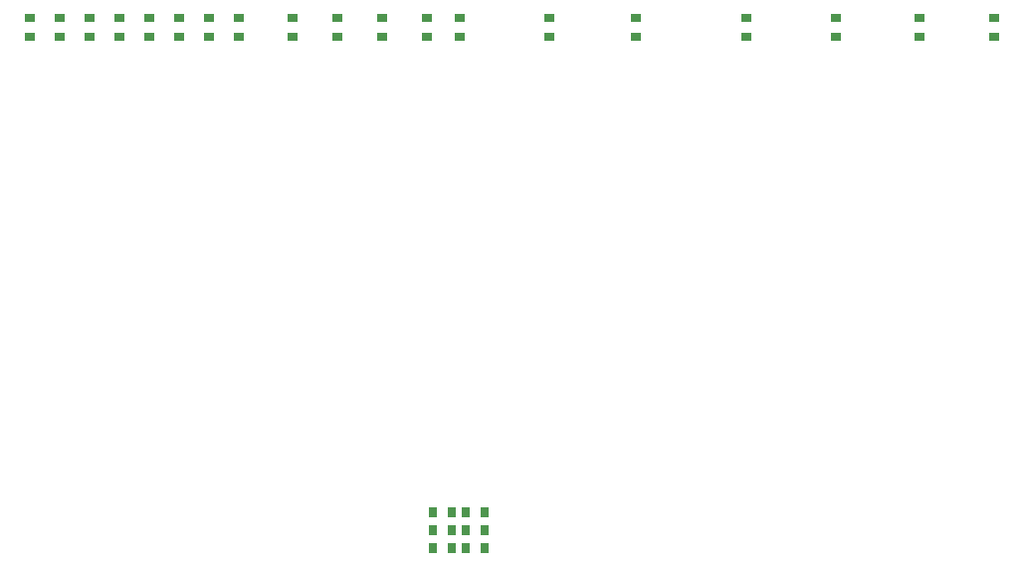
<source format=gbp>
G04*
G04 #@! TF.GenerationSoftware,Altium Limited,Altium Designer,22.3.1 (43)*
G04*
G04 Layer_Color=128*
%FSLAX25Y25*%
%MOIN*%
G70*
G04*
G04 #@! TF.SameCoordinates,95171FB7-D515-428C-BD45-E7A15DE81ABC*
G04*
G04*
G04 #@! TF.FilePolarity,Positive*
G04*
G01*
G75*
%ADD17R,0.03150X0.03740*%
%ADD20R,0.03740X0.03150*%
D17*
X216299Y175000D02*
D03*
X210000D02*
D03*
X221000Y169000D02*
D03*
X227299D02*
D03*
X216299D02*
D03*
X210000D02*
D03*
X221000Y175000D02*
D03*
X227299D02*
D03*
X216299Y163000D02*
D03*
X210000D02*
D03*
X221000D02*
D03*
X227299D02*
D03*
D20*
X398000Y340650D02*
D03*
Y334350D02*
D03*
X373000D02*
D03*
Y340650D02*
D03*
X315000D02*
D03*
Y334350D02*
D03*
X345000Y340650D02*
D03*
Y334350D02*
D03*
X249000Y340650D02*
D03*
Y334350D02*
D03*
X278000Y340650D02*
D03*
Y334350D02*
D03*
X219000Y340650D02*
D03*
Y334350D02*
D03*
X208000Y340650D02*
D03*
Y334350D02*
D03*
X163000Y340650D02*
D03*
Y334350D02*
D03*
X178000D02*
D03*
Y340650D02*
D03*
X193000Y334350D02*
D03*
Y340650D02*
D03*
X135000D02*
D03*
Y334350D02*
D03*
X145000Y340650D02*
D03*
Y334350D02*
D03*
X125000Y340650D02*
D03*
Y334350D02*
D03*
X95000Y340650D02*
D03*
Y334350D02*
D03*
X85000Y340650D02*
D03*
Y334350D02*
D03*
X75000Y340650D02*
D03*
Y334350D02*
D03*
X105000Y340650D02*
D03*
Y334350D02*
D03*
X115000Y340650D02*
D03*
Y334350D02*
D03*
M02*

</source>
